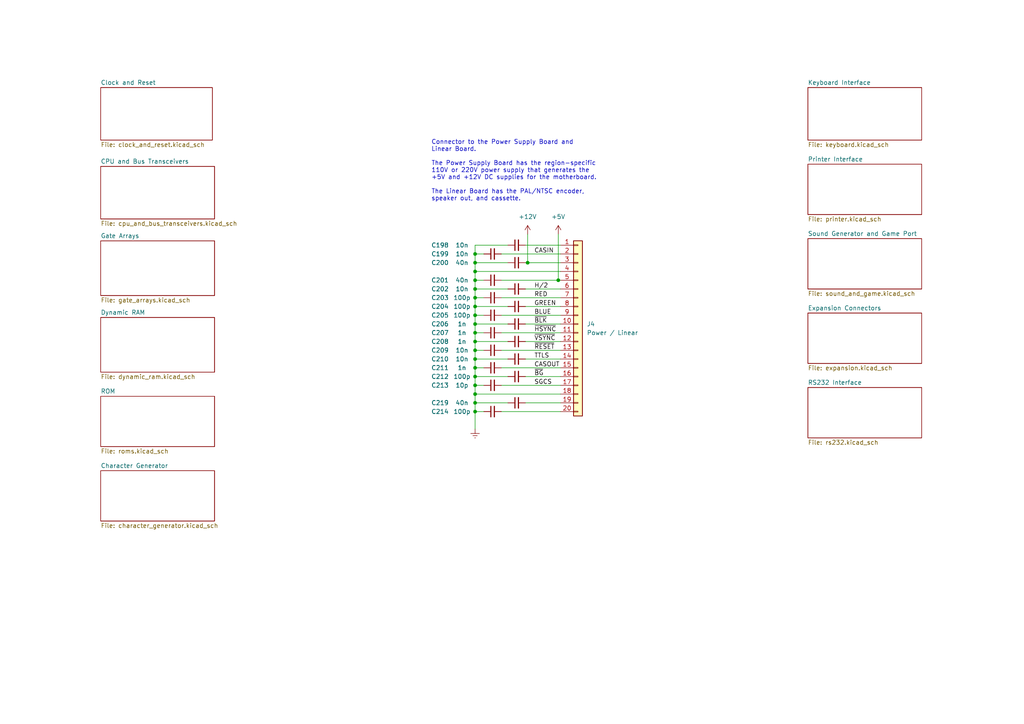
<source format=kicad_sch>
(kicad_sch (version 20230121) (generator eeschema)
  (paper "A4")
  (title_block (title "Dick Smith Cat - Motherboard") (date "1984") (company "Video Technology Ltd.") (comment 2 "Schematic Redrawn by Rhys Weatherley"))
  (lib_symbols
    (symbol "Connector_Generic:Conn_01x20" (pin_names (offset 1.016) hide)
      (property "Reference" "J" (at 0 25.4 0))
      (property "Value" "Conn_01x20" (at 0 -27.94 0))
      (symbol "Conn_01x20_1_1"
        (rectangle (start -1.27 -25.273) (end 0 -25.527) (stroke (width 0.1524)))
        (rectangle (start -1.27 -22.733) (end 0 -22.987) (stroke (width 0.1524)))
        (rectangle (start -1.27 -20.193) (end 0 -20.447) (stroke (width 0.1524)))
        (rectangle (start -1.27 -17.653) (end 0 -17.907) (stroke (width 0.1524)))
        (rectangle (start -1.27 -15.113) (end 0 -15.367) (stroke (width 0.1524)))
        (rectangle (start -1.27 -12.573) (end 0 -12.827) (stroke (width 0.1524)))
        (rectangle (start -1.27 -10.033) (end 0 -10.287) (stroke (width 0.1524)))
        (rectangle (start -1.27 -7.493) (end 0 -7.747) (stroke (width 0.1524)))
        (rectangle (start -1.27 -4.953) (end 0 -5.207) (stroke (width 0.1524)))
        (rectangle (start -1.27 -2.413) (end 0 -2.667) (stroke (width 0.1524)))
        (rectangle (start -1.27 0.127) (end 0 -0.127) (stroke (width 0.1524)))
        (rectangle (start -1.27 2.667) (end 0 2.413) (stroke (width 0.1524)))
        (rectangle (start -1.27 5.207) (end 0 4.953) (stroke (width 0.1524)))
        (rectangle (start -1.27 7.747) (end 0 7.493) (stroke (width 0.1524)))
        (rectangle (start -1.27 10.287) (end 0 10.033) (stroke (width 0.1524)))
        (rectangle (start -1.27 12.827) (end 0 12.573) (stroke (width 0.1524)))
        (rectangle (start -1.27 15.367) (end 0 15.113) (stroke (width 0.1524)))
        (rectangle (start -1.27 17.907) (end 0 17.653) (stroke (width 0.1524)))
        (rectangle (start -1.27 20.447) (end 0 20.193) (stroke (width 0.1524)))
        (rectangle (start -1.27 22.987) (end 0 22.733) (stroke (width 0.1524)))
        (rectangle (start -1.27 24.13) (end 1.27 -26.67) (stroke (width 0.254)) (fill (type background)))
        (pin passive line (at -5.08 22.86 0) (length 3.81) (name "Pin_1") (number "1"))
        (pin passive line (at -5.08 0 0) (length 3.81) (name "Pin_10") (number "10"))
        (pin passive line (at -5.08 -2.54 0) (length 3.81) (name "Pin_11") (number "11"))
        (pin passive line (at -5.08 -5.08 0) (length 3.81) (name "Pin_12") (number "12"))
        (pin passive line (at -5.08 -7.62 0) (length 3.81) (name "Pin_13") (number "13"))
        (pin passive line (at -5.08 -10.16 0) (length 3.81) (name "Pin_14") (number "14"))
        (pin passive line (at -5.08 -12.7 0) (length 3.81) (name "Pin_15") (number "15"))
        (pin passive line (at -5.08 -15.24 0) (length 3.81) (name "Pin_16") (number "16"))
        (pin passive line (at -5.08 -17.78 0) (length 3.81) (name "Pin_17") (number "17"))
        (pin passive line (at -5.08 -20.32 0) (length 3.81) (name "Pin_18") (number "18"))
        (pin passive line (at -5.08 -22.86 0) (length 3.81) (name "Pin_19") (number "19"))
        (pin passive line (at -5.08 20.32 0) (length 3.81) (name "Pin_2") (number "2"))
        (pin passive line (at -5.08 -25.4 0) (length 3.81) (name "Pin_20") (number "20"))
        (pin passive line (at -5.08 17.78 0) (length 3.81) (name "Pin_3") (number "3"))
        (pin passive line (at -5.08 15.24 0) (length 3.81) (name "Pin_4") (number "4"))
        (pin passive line (at -5.08 12.7 0) (length 3.81) (name "Pin_5") (number "5"))
        (pin passive line (at -5.08 10.16 0) (length 3.81) (name "Pin_6") (number "6"))
        (pin passive line (at -5.08 7.62 0) (length 3.81) (name "Pin_7") (number "7"))
        (pin passive line (at -5.08 5.08 0) (length 3.81) (name "Pin_8") (number "8"))
        (pin passive line (at -5.08 2.54 0) (length 3.81) (name "Pin_9") (number "9"))
      )
    )
    (symbol "Device:C_Small" (pin_numbers hide) (pin_names (offset 0.254) hide)
      (property "Reference" "C" (at 0.254 1.778 0))
      (property "Value" "C_Small" (at 0.254 -2.032 0))
      (symbol "C_Small_0_1"
        (polyline (pts (xy -1.524 -0.508) (xy 1.524 -0.508)) (stroke (width 0.3302)))
        (polyline (pts (xy -1.524 0.508) (xy 1.524 0.508)) (stroke (width 0.3048)))
      )
      (symbol "C_Small_1_1"
        (pin passive line (at 0 2.54 270) (length 2.032) (name "~") (number "1"))
        (pin passive line (at 0 -2.54 90) (length 2.032) (name "~") (number "2"))
      )
    )
    (symbol "power:+12V" (power) (pin_names (offset 0))
      (property "Value" "+12V" (at 0 3.556 0))
      (symbol "+12V_0_1"
        (polyline (pts (xy -0.762 1.27) (xy 0 2.54)))
        (polyline (pts (xy 0 0) (xy 0 2.54)))
        (polyline (pts (xy 0 2.54) (xy 0.762 1.27)))
      )
      (symbol "+12V_1_1"
        (pin power_in line (at 0 0 90) (length 0) hide (name "+12V") (number "1"))
      )
    )
    (symbol "power:+5V" (power) (pin_names (offset 0))
      (property "Value" "+5V" (at 0 3.556 0))
      (symbol "+5V_0_1"
        (polyline (pts (xy -0.762 1.27) (xy 0 2.54)))
        (polyline (pts (xy 0 0) (xy 0 2.54)))
        (polyline (pts (xy 0 2.54) (xy 0.762 1.27)))
      )
      (symbol "+5V_1_1"
        (pin power_in line (at 0 0 90) (length 0) hide (name "+5V") (number "1"))
      )
    )
    (symbol "power:Earth" (power) (pin_names (offset 0))
      (symbol "Earth_0_1"
        (polyline (pts (xy -0.635 -1.905) (xy 0.635 -1.905)))
        (polyline (pts (xy -0.127 -2.54) (xy 0.127 -2.54)))
        (polyline (pts (xy 0 -1.27) (xy 0 0)))
        (polyline (pts (xy 1.27 -1.27) (xy -1.27 -1.27)))
      )
      (symbol "Earth_1_1"
        (pin power_in line (at 0 0 270) (length 0) hide (name "Earth") (number "1"))
      )
    )
  )
  (junction (at 137.795 114.3))
  (junction (at 137.795 88.9))
  (junction (at 137.795 83.82))
  (junction (at 137.795 116.84))
  (junction (at 137.795 101.6))
  (junction (at 137.795 86.36))
  (junction (at 137.795 91.44))
  (junction (at 137.795 93.98))
  (junction (at 137.795 109.22))
  (junction (at 137.795 73.66))
  (junction (at 161.925 81.28))
  (junction (at 137.795 78.74))
  (junction (at 137.795 99.06))
  (junction (at 137.795 106.68))
  (junction (at 137.795 76.2))
  (junction (at 153.035 76.2))
  (junction (at 137.795 81.28))
  (junction (at 137.795 119.38))
  (junction (at 137.795 104.14))
  (junction (at 137.795 96.52))
  (junction (at 137.795 111.76))
  (wire (pts (xy 153.035 76.2) (xy 162.56 76.2)))
  (wire (pts (xy 137.795 111.76) (xy 140.335 111.76)))
  (wire (pts (xy 137.795 91.44) (xy 137.795 88.9)))
  (wire (pts (xy 137.795 96.52) (xy 140.335 96.52)))
  (wire (pts (xy 137.795 99.06) (xy 137.795 96.52)))
  (wire (pts (xy 137.795 93.98) (xy 137.795 91.44)))
  (wire (pts (xy 137.795 104.14) (xy 137.795 101.6)))
  (wire (pts (xy 137.795 116.84) (xy 137.795 114.3)))
  (wire (pts (xy 137.795 114.3) (xy 137.795 111.76)))
  (wire (pts (xy 137.795 78.74) (xy 137.795 76.2)))
  (wire (pts (xy 145.415 73.66) (xy 162.56 73.66)))
  (wire (pts (xy 137.795 104.14) (xy 147.32 104.14)))
  (wire (pts (xy 147.32 71.12) (xy 137.795 71.12)))
  (wire (pts (xy 137.795 76.2) (xy 137.795 73.66)))
  (wire (pts (xy 145.415 86.36) (xy 162.56 86.36)))
  (wire (pts (xy 137.795 119.38) (xy 137.795 116.84)))
  (wire (pts (xy 137.795 81.28) (xy 137.795 78.74)))
  (wire (pts (xy 137.795 88.9) (xy 147.32 88.9)))
  (wire (pts (xy 152.4 76.2) (xy 153.035 76.2)))
  (wire (pts (xy 137.795 83.82) (xy 147.32 83.82)))
  (wire (pts (xy 137.795 119.38) (xy 140.335 119.38)))
  (wire (pts (xy 137.795 88.9) (xy 137.795 86.36)))
  (wire (pts (xy 137.795 101.6) (xy 140.335 101.6)))
  (wire (pts (xy 137.795 71.12) (xy 137.795 73.66)))
  (wire (pts (xy 137.795 116.84) (xy 147.32 116.84)))
  (wire (pts (xy 137.795 114.3) (xy 162.56 114.3)))
  (wire (pts (xy 137.795 86.36) (xy 140.335 86.36)))
  (wire (pts (xy 137.795 93.98) (xy 147.32 93.98)))
  (wire (pts (xy 137.795 96.52) (xy 137.795 93.98)))
  (wire (pts (xy 137.795 124.46) (xy 137.795 119.38)))
  (wire (pts (xy 152.4 93.98) (xy 162.56 93.98)))
  (wire (pts (xy 137.795 106.68) (xy 137.795 104.14)))
  (wire (pts (xy 137.795 73.66) (xy 140.335 73.66)))
  (wire (pts (xy 145.415 96.52) (xy 162.56 96.52)))
  (wire (pts (xy 137.795 109.22) (xy 147.32 109.22)))
  (wire (pts (xy 137.795 81.28) (xy 140.335 81.28)))
  (wire (pts (xy 137.795 101.6) (xy 137.795 99.06)))
  (wire (pts (xy 145.415 106.68) (xy 162.56 106.68)))
  (wire (pts (xy 145.415 81.28) (xy 161.925 81.28)))
  (wire (pts (xy 145.415 111.76) (xy 162.56 111.76)))
  (wire (pts (xy 152.4 104.14) (xy 162.56 104.14)))
  (wire (pts (xy 137.795 83.82) (xy 137.795 81.28)))
  (wire (pts (xy 152.4 109.22) (xy 162.56 109.22)))
  (wire (pts (xy 152.4 88.9) (xy 162.56 88.9)))
  (wire (pts (xy 137.795 109.22) (xy 137.795 106.68)))
  (wire (pts (xy 152.4 83.82) (xy 162.56 83.82)))
  (wire (pts (xy 152.4 71.12) (xy 162.56 71.12)))
  (wire (pts (xy 145.415 119.38) (xy 162.56 119.38)))
  (wire (pts (xy 137.795 99.06) (xy 147.32 99.06)))
  (wire (pts (xy 145.415 91.44) (xy 162.56 91.44)))
  (wire (pts (xy 161.925 67.945) (xy 161.925 81.28)))
  (wire (pts (xy 137.795 106.68) (xy 140.335 106.68)))
  (wire (pts (xy 137.795 111.76) (xy 137.795 109.22)))
  (wire (pts (xy 152.4 116.84) (xy 162.56 116.84)))
  (wire (pts (xy 145.415 101.6) (xy 162.56 101.6)))
  (wire (pts (xy 137.795 91.44) (xy 140.335 91.44)))
  (wire (pts (xy 153.035 67.945) (xy 153.035 76.2)))
  (wire (pts (xy 137.795 76.2) (xy 147.32 76.2)))
  (wire (pts (xy 152.4 99.06) (xy 162.56 99.06)))
  (wire (pts (xy 137.795 86.36) (xy 137.795 83.82)))
  (wire (pts (xy 137.795 78.74) (xy 162.56 78.74)))
  (wire (pts (xy 161.925 81.28) (xy 162.56 81.28)))
  (text "Connector to the Power Supply Board and\nLinear Board.\n\nThe Power Supply Board has the region-specific\n110V or 220V power supply that generates the\n+5V and +12V DC supplies for the motherboard.\n\nThe Linear Board has the PAL/NTSC encoder,\nspeaker out, and cassette." (at 125.095 58.42 0) (effects (font (size 1.27 1.27)) (justify left bottom)))
  (label "H{slash}2" (at 154.94 83.82 0))
  (label "CASOUT" (at 154.94 106.68 0))
  (label "BLUE" (at 154.94 91.44 0))
  (label "~{RESET}" (at 154.94 101.6 0))
  (label "~{BG}" (at 154.94 109.22 0))
  (label "SGCS" (at 154.94 111.76 0))
  (label "~{VSYNC}" (at 154.94 99.06 0))
  (label "GREEN" (at 154.94 88.9 0))
  (label "~{HSYNC}" (at 154.94 96.52 0))
  (label "TTLS" (at 154.94 104.14 0))
  (label "~{BLK}" (at 154.94 93.98 0))
  (label "CASIN" (at 154.94 73.66 0))
  (label "RED" (at 154.94 86.36 0))
  (symbol (lib_id "Device:C_Small") (at 149.86 104.14 90) (unit 1)
    (property "Reference" "C210" (at 127.635 104.14 90))
    (property "Value" "10n" (at 133.985 104.14 90))
    (property "Footprint" "Capacitor_THT:C_Disc_D5.0mm_W2.5mm_P5.00mm" (effects hide))
  )
  (symbol (lib_id "Device:C_Small") (at 149.86 116.84 90) (unit 1)
    (property "Reference" "C219" (at 127.635 116.84 90))
    (property "Value" "40n" (at 133.985 116.84 90))
    (property "Footprint" "Capacitor_THT:C_Disc_D5.0mm_W2.5mm_P5.00mm" (effects hide))
  )
  (symbol (lib_id "Device:C_Small") (at 142.875 91.44 90) (unit 1)
    (property "Reference" "C205" (at 127.635 91.44 90))
    (property "Value" "100p" (at 133.985 91.44 90))
    (property "Footprint" "Capacitor_THT:C_Disc_D5.0mm_W2.5mm_P5.00mm" (effects hide))
  )
  (symbol (lib_id "Device:C_Small") (at 149.86 76.2 90) (unit 1)
    (property "Reference" "C200" (at 127.635 76.2 90))
    (property "Value" "40n" (at 133.985 76.2 90))
    (property "Footprint" "Capacitor_THT:C_Disc_D5.0mm_W2.5mm_P5.00mm" (effects hide))
  )
  (symbol (lib_id "Connector_Generic:Conn_01x20") (at 167.64 93.98 0) (unit 1)
    (property "Reference" "J4" (at 170.18 93.98 0) (effects (justify left)))
    (property "Value" "Power / Linear" (at 170.18 96.52 0) (effects (justify left)))
  )
  (symbol (lib_id "Device:C_Small") (at 142.875 86.36 90) (unit 1)
    (property "Reference" "C203" (at 127.635 86.36 90))
    (property "Value" "100p" (at 133.985 86.36 90))
    (property "Footprint" "Capacitor_THT:C_Disc_D5.0mm_W2.5mm_P5.00mm" (effects hide))
  )
  (symbol (lib_id "Device:C_Small") (at 142.875 81.28 90) (unit 1)
    (property "Reference" "C201" (at 127.635 81.28 90))
    (property "Value" "40n" (at 133.985 81.28 90))
    (property "Footprint" "Capacitor_THT:C_Disc_D5.0mm_W2.5mm_P5.00mm" (effects hide))
  )
  (symbol (lib_id "power:Earth") (at 137.795 124.46 0) (unit 1)
    (property "Reference" "#PWR057" (effects hide))
    (property "Value" "Earth" (effects hide))
  )
  (symbol (lib_id "Device:C_Small") (at 142.875 73.66 90) (unit 1)
    (property "Reference" "C199" (at 127.635 73.66 90))
    (property "Value" "10n" (at 133.985 73.66 90))
    (property "Footprint" "Capacitor_THT:C_Disc_D5.0mm_W2.5mm_P5.00mm" (effects hide))
  )
  (symbol (lib_id "Device:C_Small") (at 142.875 111.76 90) (unit 1)
    (property "Reference" "C213" (at 127.635 111.76 90))
    (property "Value" "10p" (at 133.985 111.76 90))
    (property "Footprint" "Capacitor_THT:C_Disc_D5.0mm_W2.5mm_P5.00mm" (effects hide))
  )
  (symbol (lib_id "power:+5V") (at 161.925 67.945 0) (unit 1)
    (property "Reference" "#PWR059" (effects hide))
    (property "Value" "+5V" (at 161.925 62.865 0))
  )
  (symbol (lib_id "Device:C_Small") (at 149.86 71.12 90) (unit 1)
    (property "Reference" "C198" (at 127.635 71.12 90))
    (property "Value" "10n" (at 133.985 71.12 90))
    (property "Footprint" "Capacitor_THT:C_Disc_D5.0mm_W2.5mm_P5.00mm" (effects hide))
  )
  (symbol (lib_id "Device:C_Small") (at 149.86 83.82 90) (unit 1)
    (property "Reference" "C202" (at 127.635 83.82 90))
    (property "Value" "10n" (at 133.985 83.82 90))
    (property "Footprint" "Capacitor_THT:C_Disc_D5.0mm_W2.5mm_P5.00mm" (effects hide))
  )
  (symbol (lib_id "Device:C_Small") (at 149.86 88.9 90) (unit 1)
    (property "Reference" "C204" (at 127.635 88.9 90))
    (property "Value" "100p" (at 133.985 88.9 90))
    (property "Footprint" "Capacitor_THT:C_Disc_D5.0mm_W2.5mm_P5.00mm" (effects hide))
  )
  (symbol (lib_id "Device:C_Small") (at 149.86 99.06 90) (unit 1)
    (property "Reference" "C208" (at 127.635 99.06 90))
    (property "Value" "1n" (at 133.985 99.06 90))
    (property "Footprint" "Capacitor_THT:C_Disc_D5.0mm_W2.5mm_P5.00mm" (effects hide))
  )
  (symbol (lib_id "Device:C_Small") (at 142.875 96.52 90) (unit 1)
    (property "Reference" "C207" (at 127.635 96.52 90))
    (property "Value" "1n" (at 133.985 96.52 90))
    (property "Footprint" "Capacitor_THT:C_Disc_D5.0mm_W2.5mm_P5.00mm" (effects hide))
  )
  (symbol (lib_id "Device:C_Small") (at 142.875 106.68 90) (unit 1)
    (property "Reference" "C211" (at 127.635 106.68 90))
    (property "Value" "1n" (at 133.985 106.68 90))
    (property "Footprint" "Capacitor_THT:C_Disc_D5.0mm_W2.5mm_P5.00mm" (effects hide))
  )
  (symbol (lib_id "power:+12V") (at 153.035 67.945 0) (unit 1)
    (property "Reference" "#PWR058" (effects hide))
    (property "Value" "+12V" (at 153.035 62.865 0))
  )
  (symbol (lib_id "Device:C_Small") (at 149.86 93.98 90) (unit 1)
    (property "Reference" "C206" (at 127.635 93.98 90))
    (property "Value" "1n" (at 133.985 93.98 90))
    (property "Footprint" "Capacitor_THT:C_Disc_D5.0mm_W2.5mm_P5.00mm" (effects hide))
  )
  (symbol (lib_id "Device:C_Small") (at 142.875 101.6 90) (unit 1)
    (property "Reference" "C209" (at 127.635 101.6 90))
    (property "Value" "10n" (at 133.985 101.6 90))
    (property "Footprint" "Capacitor_THT:C_Disc_D5.0mm_W2.5mm_P5.00mm" (effects hide))
  )
  (symbol (lib_id "Device:C_Small") (at 142.875 119.38 90) (unit 1)
    (property "Reference" "C214" (at 127.635 119.38 90))
    (property "Value" "100p" (at 133.985 119.38 90))
    (property "Footprint" "Capacitor_THT:C_Disc_D5.0mm_W2.5mm_P5.00mm" (effects hide))
  )
  (symbol (lib_id "Device:C_Small") (at 149.86 109.22 90) (unit 1)
    (property "Reference" "C212" (at 127.635 109.22 90))
    (property "Value" "100p" (at 133.985 109.22 90))
    (property "Footprint" "Capacitor_THT:C_Disc_D5.0mm_W2.5mm_P5.00mm" (effects hide))
  )
  (sheet (at 29.21 136.525) (size 33.02 14.605) (stroke (width 0.1524))
    (property "Sheetname" "Character Generator" (at 29.21 135.8134 0) (effects (justify left bottom)))
    (property "Sheetfile" "character_generator.kicad_sch" (at 29.21 151.7146 0) (effects (justify left top)))
  )
  (sheet (at 29.21 92.075) (size 33.02 15.875) (stroke (width 0.1524))
    (property "Sheetname" "Dynamic RAM" (at 29.21 91.3634 0) (effects (justify left bottom)))
    (property "Sheetfile" "dynamic_ram.kicad_sch" (at 29.21 108.5346 0) (effects (justify left top)))
  )
  (sheet (at 29.21 48.26) (size 33.02 15.24) (stroke (width 0.1524))
    (property "Sheetname" "CPU and Bus Transceivers" (at 29.21 47.5484 0) (effects (justify left bottom)))
    (property "Sheetfile" "cpu_and_bus_transceivers.kicad_sch" (at 29.21 64.0846 0) (effects (justify left top)))
  )
  (sheet (at 29.21 25.4) (size 32.385 15.24) (stroke (width 0.1524))
    (property "Sheetname" "Clock and Reset" (at 29.21 24.6884 0) (effects (justify left bottom)))
    (property "Sheetfile" "clock_and_reset.kicad_sch" (at 29.21 41.2246 0) (effects (justify left top)))
  )
  (sheet (at 234.315 47.625) (size 33.02 14.605) (stroke (width 0.1524))
    (property "Sheetname" "Printer Interface" (at 234.315 46.9134 0) (effects (justify left bottom)))
    (property "Sheetfile" "printer.kicad_sch" (at 234.315 62.8146 0) (effects (justify left top)))
  )
  (sheet (at 29.21 69.85) (size 33.02 15.875) (stroke (width 0.1524))
    (property "Sheetname" "Gate Arrays" (at 29.21 69.1384 0) (effects (justify left bottom)))
    (property "Sheetfile" "gate_arrays.kicad_sch" (at 29.21 86.3096 0) (effects (justify left top)))
  )
  (sheet (at 29.21 114.935) (size 33.02 14.605) (stroke (width 0.1524))
    (property "Sheetname" "ROM" (at 29.21 114.2234 0) (effects (justify left bottom)))
    (property "Sheetfile" "roms.kicad_sch" (at 29.21 130.1246 0) (effects (justify left top)))
  )
  (sheet (at 234.315 90.805) (size 33.02 14.605) (stroke (width 0.1524))
    (property "Sheetname" "Expansion Connectors" (at 234.315 90.0934 0) (effects (justify left bottom)))
    (property "Sheetfile" "expansion.kicad_sch" (at 234.315 105.9946 0) (effects (justify left top)))
  )
  (sheet (at 234.315 69.215) (size 33.02 14.605) (stroke (width 0.1524))
    (property "Sheetname" "Sound Generator and Game Port" (at 234.315 68.5034 0) (effects (justify left bottom)))
    (property "Sheetfile" "sound_and_game.kicad_sch" (at 234.315 84.4046 0) (effects (justify left top)))
  )
  (sheet (at 234.315 25.4) (size 33.02 15.24) (stroke (width 0.1524))
    (property "Sheetname" "Keyboard Interface" (at 234.315 24.6884 0) (effects (justify left bottom)))
    (property "Sheetfile" "keyboard.kicad_sch" (at 234.315 41.2246 0) (effects (justify left top)))
  )
  (sheet (at 234.315 112.395) (size 33.02 14.605) (stroke (width 0.1524))
    (property "Sheetname" "RS232 Interface" (at 234.315 111.6834 0) (effects (justify left bottom)))
    (property "Sheetfile" "rs232.kicad_sch" (at 234.315 127.5846 0) (effects (justify left top)))
  )
)
</source>
